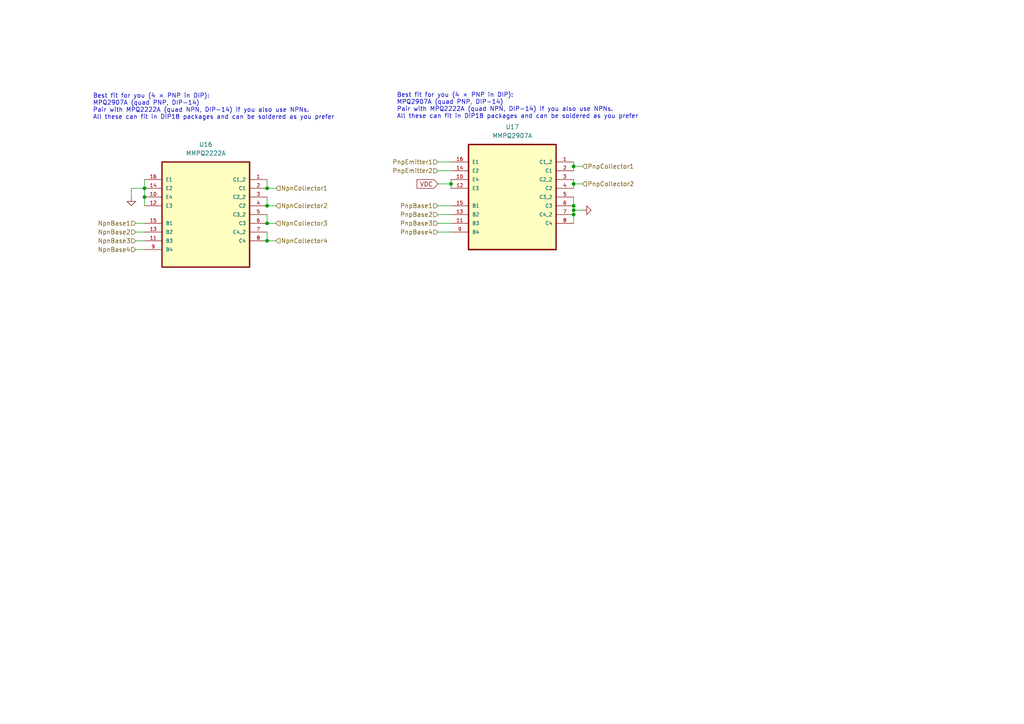
<source format=kicad_sch>
(kicad_sch (version 20250114) (generator "eeschema") (generator_version "9.0")
  (paper "A4")
  (lib_symbols
    (symbol "ktype:MMPQ2222A" (pin_names (offset 1.016))
      (property "Reference" "U" (at -5.1087 14.8179 0))
      (property "Value" "MMPQ2222A" (at -5.6657 -21.3671 0))
      (symbol "MMPQ2222A_0_0"
        (rectangle (start -12.7 -17.78) (end 12.7 12.7) (stroke (width 0.4064)) (fill (type background)))
        (pin passive line (at -17.78 7.62 0) (length 5.08) (name "E1") (number "16"))
        (pin passive line (at -17.78 5.08 0) (length 5.08) (name "E2") (number "14"))
        (pin passive line (at -17.78 2.54 0) (length 5.08) (name "E4") (number "10"))
        (pin passive line (at -17.78 0 0) (length 5.08) (name "E3") (number "12"))
        (pin passive line (at -17.78 -5.08 0) (length 5.08) (name "B1") (number "15"))
        (pin passive line (at -17.78 -7.62 0) (length 5.08) (name "B2") (number "13"))
        (pin passive line (at -17.78 -10.16 0) (length 5.08) (name "B3") (number "11"))
        (pin passive line (at -17.78 -12.7 0) (length 5.08) (name "B4") (number "9"))
        (pin passive line (at 17.78 7.62 180) (length 5.08) (name "C1_2") (number "1"))
        (pin passive line (at 17.78 5.08 180) (length 5.08) (name "C1") (number "2"))
        (pin passive line (at 17.78 2.54 180) (length 5.08) (name "C2_2") (number "3"))
        (pin passive line (at 17.78 0 180) (length 5.08) (name "C2") (number "4"))
        (pin passive line (at 17.78 -2.54 180) (length 5.08) (name "C3_2") (number "5"))
        (pin passive line (at 17.78 -5.08 180) (length 5.08) (name "C3") (number "6"))
        (pin passive line (at 17.78 -7.62 180) (length 5.08) (name "C4_2") (number "7"))
        (pin passive line (at 17.78 -10.16 180) (length 5.08) (name "C4") (number "8"))
      )
    )
    (symbol "ktype:MMPQ2907A" (pin_names (offset 1.016))
      (property "Reference" "U16" (at 0 17.78 0))
      (property "Value" "MMPQ2907A" (at 0 15.24 0))
      (symbol "MMPQ2907A_0_0"
        (rectangle (start -12.7 -17.78) (end 12.7 12.7) (stroke (width 0.4064)) (fill (type background)))
        (pin passive line (at -17.78 7.62 0) (length 5.08) (name "E1") (number "16"))
        (pin passive line (at -17.78 5.08 0) (length 5.08) (name "E2") (number "14"))
        (pin passive line (at -17.78 2.54 0) (length 5.08) (name "E4") (number "10"))
        (pin passive line (at -17.78 0 0) (length 5.08) (name "E3") (number "12"))
        (pin passive line (at -17.78 -5.08 0) (length 5.08) (name "B1") (number "15"))
        (pin passive line (at -17.78 -7.62 0) (length 5.08) (name "B2") (number "13"))
        (pin passive line (at -17.78 -10.16 0) (length 5.08) (name "B3") (number "11"))
        (pin passive line (at -17.78 -12.7 0) (length 5.08) (name "B4") (number "9"))
        (pin passive line (at 17.78 7.62 180) (length 5.08) (name "C1_2") (number "1"))
        (pin passive line (at 17.78 5.08 180) (length 5.08) (name "C1") (number "2"))
        (pin passive line (at 17.78 2.54 180) (length 5.08) (name "C2_2") (number "3"))
        (pin passive line (at 17.78 0 180) (length 5.08) (name "C2") (number "4"))
        (pin passive line (at 17.78 -2.54 180) (length 5.08) (name "C3_2") (number "5"))
        (pin passive line (at 17.78 -5.08 180) (length 5.08) (name "C3") (number "6"))
        (pin passive line (at 17.78 -7.62 180) (length 5.08) (name "C4_2") (number "7"))
        (pin passive line (at 17.78 -10.16 180) (length 5.08) (name "C4") (number "8"))
      )
    )
    (symbol "power:GND" (power) (pin_numbers (hide yes)) (pin_names (offset 0) (hide yes))
      (property "Value" "GND" (at 0 -3.81 0))
      (symbol "GND_0_1"
        (polyline (pts (xy 0 0) (xy 0 -1.27) (xy 1.27 -1.27) (xy 0 -2.54) (xy -1.27 -1.27) (xy 0 -1.27)))
      )
      (symbol "GND_1_1"
        (pin power_in line (at 0 0 270) (length 0) (name "~") (number "1"))
      )
    )
  )
  (text "Best fit for you (4 × PNP in DIP):\nMPQ2907A (quad PNP, DIP-14)\nPair with MPQ2222A (quad NPN, DIP-14) if you also use NPNs.\nAll these can fit in DIP18 packages and can be soldered as you prefer\n" (at 26.924 30.988 0) (effects (font (size 1.27 1.27)) (justify left)))
  (text "Best fit for you (4 × PNP in DIP):\nMPQ2907A (quad PNP, DIP-14)\nPair with MPQ2222A (quad NPN, DIP-14) if you also use NPNs.\nAll these can fit in DIP18 packages and can be soldered as you prefer\n" (at 115.062 30.734 0) (effects (font (size 1.27 1.27)) (justify left)))
  (junction (at 166.37 60.96))
  (junction (at 77.47 54.61))
  (junction (at 77.47 59.69))
  (junction (at 41.91 54.61))
  (junction (at 77.47 64.77))
  (junction (at 166.37 48.26))
  (junction (at 166.37 59.69))
  (junction (at 77.47 69.85))
  (junction (at 130.81 53.34))
  (junction (at 166.37 62.23))
  (junction (at 41.91 57.15))
  (junction (at 166.37 53.34))
  (wire (pts (xy 166.37 60.96) (xy 168.91 60.96)))
  (wire (pts (xy 39.37 67.31) (xy 41.91 67.31)))
  (wire (pts (xy 127 53.34) (xy 130.81 53.34)))
  (wire (pts (xy 166.37 59.69) (xy 166.37 60.96)))
  (wire (pts (xy 127 49.53) (xy 130.81 49.53)))
  (wire (pts (xy 77.47 57.15) (xy 77.47 59.69)))
  (wire (pts (xy 166.37 46.99) (xy 166.37 48.26)))
  (wire (pts (xy 41.91 54.61) (xy 41.91 57.15)))
  (wire (pts (xy 77.47 52.07) (xy 77.47 54.61)))
  (wire (pts (xy 77.47 67.31) (xy 77.47 69.85)))
  (wire (pts (xy 38.1 54.61) (xy 41.91 54.61)))
  (wire (pts (xy 41.91 52.07) (xy 41.91 54.61)))
  (wire (pts (xy 130.81 52.07) (xy 130.81 53.34)))
  (wire (pts (xy 166.37 53.34) (xy 168.91 53.34)))
  (wire (pts (xy 77.47 59.69) (xy 80.01 59.69)))
  (wire (pts (xy 166.37 62.23) (xy 166.37 64.77)))
  (wire (pts (xy 127 62.23) (xy 130.81 62.23)))
  (wire (pts (xy 166.37 60.96) (xy 166.37 62.23)))
  (wire (pts (xy 166.37 52.07) (xy 166.37 53.34)))
  (wire (pts (xy 127 64.77) (xy 130.81 64.77)))
  (wire (pts (xy 166.37 57.15) (xy 166.37 59.69)))
  (wire (pts (xy 39.37 64.77) (xy 41.91 64.77)))
  (wire (pts (xy 77.47 64.77) (xy 80.01 64.77)))
  (wire (pts (xy 130.81 53.34) (xy 130.81 54.61)))
  (wire (pts (xy 166.37 53.34) (xy 166.37 54.61)))
  (wire (pts (xy 41.91 57.15) (xy 41.91 59.69)))
  (wire (pts (xy 39.37 72.39) (xy 41.91 72.39)))
  (wire (pts (xy 127 67.31) (xy 130.81 67.31)))
  (wire (pts (xy 38.1 57.15) (xy 38.1 54.61)))
  (wire (pts (xy 77.47 62.23) (xy 77.47 64.77)))
  (wire (pts (xy 166.37 48.26) (xy 168.91 48.26)))
  (wire (pts (xy 127 59.69) (xy 130.81 59.69)))
  (wire (pts (xy 77.47 69.85) (xy 80.01 69.85)))
  (wire (pts (xy 127 46.99) (xy 130.81 46.99)))
  (wire (pts (xy 39.37 69.85) (xy 41.91 69.85)))
  (wire (pts (xy 166.37 48.26) (xy 166.37 49.53)))
  (wire (pts (xy 77.47 54.61) (xy 80.01 54.61)))
  (global_label "VDC" (shape input) (at 127 53.34 180) (property "Intersheetrefs" "${INTERSHEET_REFS}" (effects (hide yes))))
  (hierarchical_label "PnpBase2" (shape input) (at 127 62.23 180))
  (hierarchical_label "NpnCollector1" (shape input) (at 80.01 54.61 0))
  (hierarchical_label "PnpCollector2" (shape input) (at 168.91 53.34 0))
  (hierarchical_label "PnpCollector1" (shape input) (at 168.91 48.26 0))
  (hierarchical_label "PnpBase3" (shape input) (at 127 64.77 180))
  (hierarchical_label "NpnBase1" (shape input) (at 39.37 64.77 180))
  (hierarchical_label "NpnBase4" (shape input) (at 39.37 72.39 180))
  (hierarchical_label "PnpEmitter1" (shape input) (at 127 46.99 180))
  (hierarchical_label "NpnCollector2" (shape input) (at 80.01 59.69 0))
  (hierarchical_label "PnpBase4" (shape input) (at 127 67.31 180))
  (hierarchical_label "PnpBase1" (shape input) (at 127 59.69 180))
  (hierarchical_label "NpnBase3" (shape input) (at 39.37 69.85 180))
  (hierarchical_label "PnpEmitter2" (shape input) (at 127 49.53 180))
  (hierarchical_label "NpnBase2" (shape input) (at 39.37 67.31 180))
  (hierarchical_label "NpnCollector4" (shape input) (at 80.01 69.85 0))
  (hierarchical_label "NpnCollector3" (shape input) (at 80.01 64.77 0))
  (symbol (lib_id "ktype:MMPQ2907A") (at 148.59 54.61 0) (unit 1)
    (property "Reference" "U17" (at 148.59 36.83 0))
    (property "Value" "MMPQ2907A" (at 148.59 39.37 0))
    (property "Footprint" "termocuplu:SOIC127P600X175-16N" (effects (hide yes)))
    (property "MF" "ON Semiconductor" (effects (hide yes)))
    (property "Description_1" "Bipolar (BJT) Transistor Array 4 NPN (Quad) 40V 500mA 300MHz 1W Surface Mount 16-SOIC" (effects (hide yes)))
    (property "PACKAGE" "SOIC-16" (effects (hide yes)))
    (property "MPN" "MMPQ2222A" (effects (hide yes)))
    (property "Price" "None" (effects (hide yes)))
    (property "Package" "SOIC-16 ON Semiconductor" (effects (hide yes)))
    (property "OC_FARNELL" "2101390" (effects (hide yes)))
    (property "SnapEDA_Link" "https://www.snapeda.com/parts/MMPQ2222A/Onsemi/view-part/?ref=snap" (effects (hide yes)))
    (property "MP" "MMPQ2222A" (effects (hide yes)))
    (property "SUPPLIER" "FAIRCHILD SEMICONDUCTOR" (effects (hide yes)))
    (property "OC_NEWARK" "10P1562" (effects (hide yes)))
    (property "Availability" "In Stock" (effects (hide yes)))
    (property "Check_prices" "https://www.snapeda.com/parts/MMPQ2222A/Onsemi/view-part/?ref=eda" (effects (hide yes)))
  )
  (symbol (lib_id "ktype:MMPQ2222A") (at 59.69 59.69 0) (unit 1)
    (property "Reference" "U16" (at 59.69 41.91 0))
    (property "Value" "MMPQ2222A" (at 59.69 44.45 0))
    (property "Footprint" "termocuplu:SOIC127P600X175-16N" (effects (hide yes)))
    (property "MF" "ON Semiconductor" (effects (hide yes)))
    (property "Description_1" "Bipolar (BJT) Transistor Array 4 NPN (Quad) 40V 500mA 300MHz 1W Surface Mount 16-SOIC" (effects (hide yes)))
    (property "PACKAGE" "SOIC-16" (effects (hide yes)))
    (property "MPN" "MMPQ2222A" (effects (hide yes)))
    (property "Price" "None" (effects (hide yes)))
    (property "Package" "SOIC-16 ON Semiconductor" (effects (hide yes)))
    (property "OC_FARNELL" "2101390" (effects (hide yes)))
    (property "SnapEDA_Link" "https://www.snapeda.com/parts/MMPQ2222A/Onsemi/view-part/?ref=snap" (effects (hide yes)))
    (property "MP" "MMPQ2222A" (effects (hide yes)))
    (property "SUPPLIER" "FAIRCHILD SEMICONDUCTOR" (effects (hide yes)))
    (property "OC_NEWARK" "10P1562" (effects (hide yes)))
    (property "Availability" "In Stock" (effects (hide yes)))
    (property "Check_prices" "https://www.snapeda.com/parts/MMPQ2222A/Onsemi/view-part/?ref=eda" (effects (hide yes)))
  )
  (symbol (lib_id "power:GND") (at 38.1 57.15 0) (mirror y) (unit 1)
    (property "Reference" "#PWR0124" (effects (hide yes)))
    (property "Value" "GND" (effects (hide yes)))
    (property "Description" "Power symbol creates a global label with name \"GND\" , ground" (effects (hide yes)))
  )
  (symbol (lib_id "power:GND") (at 168.91 60.96 90) (mirror x) (unit 1)
    (property "Reference" "#PWR0111" (effects (hide yes)))
    (property "Value" "GND" (effects (hide yes)))
    (property "Description" "Power symbol creates a global label with name \"GND\" , ground" (effects (hide yes)))
  )
)
</source>
